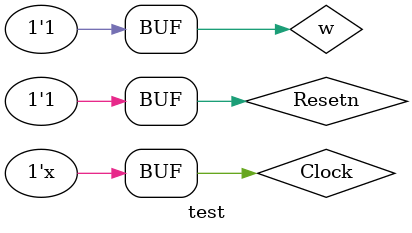
<source format=v>
`timescale 1ns / 1ps


module test;

	// Inputs
	reg Clock;
	reg Resetn;
	reg w;

	// Outputs
	wire z;
	wire [2:1] ht;

	// Instantiate the Unit Under Test (UUT)
	simple uut (
		.Clock(Clock), 
		.Resetn(Resetn), 
		.w(w), 
		.z(z), 
		.ht(ht)
	);

	always #10 Clock=~Clock;
	initial begin
		// Initialize Inputs
		Clock = 0;
		Resetn = 0;
		w = 0;

		// Wait 100 ns for global reset to finish
		#100;
		Resetn =1;
		w=1;
		#40;
		w=0;
		
		#20;
		w=1;
		#130;
		w=0;
		
		#30;
		
		w=1;
		#30;
		w=0;
		#20;
		w=1;
		#20;
	
        
		// Add stimulus here

	end
      
endmodule


</source>
